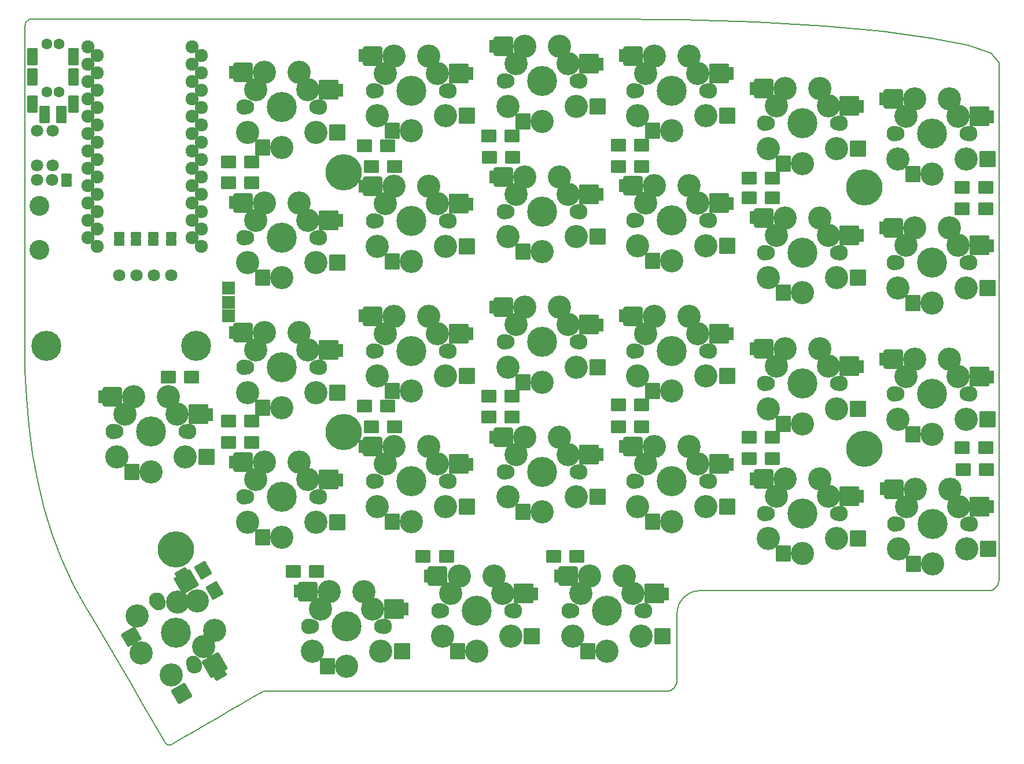
<source format=gts>
G04 #@! TF.GenerationSoftware,KiCad,Pcbnew,7.0.10*
G04 #@! TF.CreationDate,2024-04-22T20:06:49+02:00*
G04 #@! TF.ProjectId,Lily58_Pro,4c696c79-3538-45f5-9072-6f2e6b696361,rev?*
G04 #@! TF.SameCoordinates,Original*
G04 #@! TF.FileFunction,Soldermask,Top*
G04 #@! TF.FilePolarity,Negative*
%FSLAX46Y46*%
G04 Gerber Fmt 4.6, Leading zero omitted, Abs format (unit mm)*
G04 Created by KiCad (PCBNEW 7.0.10) date 2024-04-22 20:06:49*
%MOMM*%
%LPD*%
G01*
G04 APERTURE LIST*
G04 Aperture macros list*
%AMRoundRect*
0 Rectangle with rounded corners*
0 $1 Rounding radius*
0 $2 $3 $4 $5 $6 $7 $8 $9 X,Y pos of 4 corners*
0 Add a 4 corners polygon primitive as box body*
4,1,4,$2,$3,$4,$5,$6,$7,$8,$9,$2,$3,0*
0 Add four circle primitives for the rounded corners*
1,1,$1+$1,$2,$3*
1,1,$1+$1,$4,$5*
1,1,$1+$1,$6,$7*
1,1,$1+$1,$8,$9*
0 Add four rect primitives between the rounded corners*
20,1,$1+$1,$2,$3,$4,$5,0*
20,1,$1+$1,$4,$5,$6,$7,0*
20,1,$1+$1,$6,$7,$8,$9,0*
20,1,$1+$1,$8,$9,$2,$3,0*%
G04 Aperture macros list end*
%ADD10C,1.600000*%
%ADD11RoundRect,0.200000X-0.600000X-1.050000X0.600000X-1.050000X0.600000X1.050000X-0.600000X1.050000X0*%
%ADD12RoundRect,0.200000X0.762000X0.762000X-0.762000X0.762000X-0.762000X-0.762000X0.762000X-0.762000X0*%
%ADD13RoundRect,0.200000X-0.762000X0.762000X-0.762000X-0.762000X0.762000X-0.762000X0.762000X0.762000X0*%
%ADD14RoundRect,0.200000X-0.824519X-0.071891X-0.474519X-0.678109X0.824519X0.071891X0.474519X0.678109X0*%
%ADD15C,3.400000*%
%ADD16RoundRect,0.200000X1.639230X-0.439230X0.439230X1.639230X-1.639230X0.439230X-0.439230X-1.639230X0*%
%ADD17RoundRect,0.200000X1.707532X-0.457532X0.457532X1.707532X-1.707532X0.457532X-0.457532X-1.707532X0*%
%ADD18C,0.500000*%
%ADD19RoundRect,0.200000X1.316025X-0.279423X0.416025X1.279423X-1.316025X0.279423X-0.416025X-1.279423X0*%
%ADD20RoundRect,0.200000X1.366025X-0.366025X0.366025X1.366025X-1.366025X0.366025X-0.366025X-1.366025X0*%
%ADD21C,4.400000*%
%ADD22C,2.300000*%
%ADD23C,2.100000*%
%ADD24RoundRect,0.200000X-0.350000X-0.750000X0.350000X-0.750000X0.350000X0.750000X-0.350000X0.750000X0*%
%ADD25RoundRect,0.200000X1.200000X1.200000X-1.200000X1.200000X-1.200000X-1.200000X1.200000X-1.200000X0*%
%ADD26RoundRect,0.200000X1.250000X1.250000X-1.250000X1.250000X-1.250000X-1.250000X1.250000X-1.250000X0*%
%ADD27RoundRect,0.200000X0.900000X1.000000X-0.900000X1.000000X-0.900000X-1.000000X0.900000X-1.000000X0*%
%ADD28RoundRect,0.200000X1.000000X1.000000X-1.000000X1.000000X-1.000000X-1.000000X1.000000X-1.000000X0*%
%ADD29C,1.924000*%
%ADD30C,5.300000*%
%ADD31C,1.797000*%
%ADD32RoundRect,0.200000X0.571500X-0.317500X0.571500X0.317500X-0.571500X0.317500X-0.571500X-0.317500X0*%
%ADD33C,2.900000*%
%ADD34RoundRect,0.200000X0.190500X0.190500X-0.190500X0.190500X-0.190500X-0.190500X0.190500X-0.190500X0*%
%ADD35RoundRect,0.200000X-0.900000X-0.750000X0.900000X-0.750000X0.900000X0.750000X-0.900000X0.750000X0*%
%ADD36RoundRect,0.200000X-1.099519X0.404423X-0.199519X-1.154423X1.099519X-0.404423X0.199519X1.154423X0*%
G04 #@! TA.AperFunction,Profile*
%ADD37C,0.200000*%
G04 #@! TD*
G04 APERTURE END LIST*
D10*
X86150000Y-47800000D03*
X86150000Y-40800000D03*
D11*
X84050000Y-49600000D03*
X88250000Y-51100000D03*
X84050000Y-42600000D03*
X84050000Y-45600000D03*
D10*
X87900000Y-40800000D03*
X87900000Y-47800000D03*
D11*
X90000000Y-42600000D03*
X90000000Y-45600000D03*
X90000000Y-49600000D03*
X85800000Y-51100000D03*
D12*
X112700000Y-76500000D03*
X112700000Y-78600000D03*
D13*
X112700000Y-80600000D03*
D14*
X105816730Y-118214617D03*
X111415064Y-133111216D03*
D15*
X109104705Y-129029557D03*
D16*
X106549409Y-119523655D03*
D15*
X109104705Y-129029557D03*
X108129409Y-122260295D03*
D17*
X110649705Y-131705575D03*
D18*
X109146846Y-129022547D03*
D15*
X104295706Y-133180127D03*
D19*
X98490450Y-127525129D03*
D20*
X105845706Y-135864806D03*
D15*
X99295706Y-124519873D03*
X99890450Y-129950000D03*
D18*
X105321846Y-122397453D03*
D15*
X110669409Y-126659705D03*
D21*
X105000000Y-127000000D03*
D22*
X102250000Y-122236860D03*
X107750000Y-131763140D03*
D23*
X107540000Y-131399409D03*
X102460000Y-122600591D03*
D15*
X105294705Y-122430443D03*
D24*
X160900000Y-118650000D03*
X176600000Y-121250000D03*
D15*
X171910000Y-121210000D03*
D25*
X162400000Y-118670000D03*
D15*
X171910000Y-121210000D03*
X165560000Y-118670000D03*
D26*
X175000000Y-121209999D03*
D18*
X171925000Y-121170000D03*
D15*
X173100000Y-127450000D03*
D27*
X165300000Y-129650000D03*
D28*
X176200000Y-127450000D03*
D15*
X163100000Y-127450000D03*
X168100000Y-129650000D03*
D18*
X164275000Y-121170000D03*
D15*
X170640000Y-118670000D03*
D21*
X168100000Y-123750000D03*
D22*
X162600000Y-123750000D03*
X173600000Y-123750000D03*
D23*
X173180000Y-123750000D03*
X163020000Y-123750000D03*
D15*
X164290000Y-121209999D03*
D24*
X141800000Y-118650000D03*
X157500000Y-121250000D03*
D15*
X152810000Y-121210000D03*
D25*
X143300000Y-118670000D03*
D15*
X152810000Y-121210000D03*
X146460000Y-118670000D03*
D26*
X155900000Y-121209999D03*
D18*
X152825000Y-121170000D03*
D15*
X154000000Y-127450000D03*
D27*
X146200000Y-129650000D03*
D28*
X157100000Y-127450000D03*
D15*
X144000000Y-127450000D03*
X149000000Y-129650000D03*
D18*
X145175000Y-121170000D03*
D15*
X151540000Y-118670000D03*
D21*
X149000000Y-123750000D03*
D22*
X143500000Y-123750000D03*
X154500000Y-123750000D03*
D23*
X154080000Y-123750000D03*
X143920000Y-123750000D03*
D15*
X145190000Y-121209999D03*
D24*
X122800000Y-120900000D03*
X138500000Y-123500000D03*
D15*
X133810000Y-123460000D03*
D25*
X124300000Y-120920000D03*
D15*
X133810000Y-123460000D03*
X127460000Y-120920000D03*
D26*
X136900000Y-123459999D03*
D18*
X133825000Y-123420000D03*
D15*
X135000000Y-129700000D03*
D27*
X127200000Y-131900000D03*
D28*
X138100000Y-129700000D03*
D15*
X125000000Y-129700000D03*
X130000000Y-131900000D03*
D18*
X126175000Y-123420000D03*
D15*
X132540000Y-120920000D03*
D21*
X130000000Y-126000000D03*
D22*
X124500000Y-126000000D03*
X135500000Y-126000000D03*
D23*
X135080000Y-126000000D03*
X124920000Y-126000000D03*
D15*
X126190000Y-123459999D03*
D24*
X94200000Y-92400000D03*
X109900000Y-95000000D03*
D15*
X105210000Y-94960000D03*
D25*
X95700000Y-92420000D03*
D15*
X105210000Y-94960000D03*
X98860000Y-92420000D03*
D26*
X108300000Y-94959999D03*
D18*
X105225000Y-94920000D03*
D15*
X106400000Y-101200000D03*
D27*
X98600000Y-103400000D03*
D28*
X109500000Y-101200000D03*
D15*
X96400000Y-101200000D03*
X101400000Y-103400000D03*
D18*
X97575000Y-94920000D03*
D15*
X103940000Y-92420000D03*
D21*
X101400000Y-97500000D03*
D22*
X95900000Y-97500000D03*
X106900000Y-97500000D03*
D23*
X106480000Y-97500000D03*
X96320000Y-97500000D03*
D15*
X97590000Y-94959999D03*
D24*
X208550000Y-105900000D03*
X224250000Y-108500000D03*
D15*
X219560000Y-108460000D03*
D25*
X210050000Y-105920000D03*
D15*
X219560000Y-108460000D03*
X213210000Y-105920000D03*
D26*
X222650000Y-108459999D03*
D18*
X219575000Y-108420000D03*
D15*
X220750000Y-114700000D03*
D27*
X212950000Y-116900000D03*
D28*
X223850000Y-114700000D03*
D15*
X210750000Y-114700000D03*
X215750000Y-116900000D03*
D18*
X211925000Y-108420000D03*
D15*
X218290000Y-105920000D03*
D21*
X215750000Y-111000000D03*
D22*
X210250000Y-111000000D03*
X221250000Y-111000000D03*
D23*
X220830000Y-111000000D03*
X210670000Y-111000000D03*
D15*
X211940000Y-108459999D03*
D24*
X189500000Y-104400000D03*
X205200000Y-107000000D03*
D15*
X200510000Y-106960000D03*
D25*
X191000000Y-104420000D03*
D15*
X200510000Y-106960000D03*
X194160000Y-104420000D03*
D26*
X203600000Y-106959999D03*
D18*
X200525000Y-106920000D03*
D15*
X201700000Y-113200000D03*
D27*
X193900000Y-115400000D03*
D28*
X204800000Y-113200000D03*
D15*
X191700000Y-113200000D03*
X196700000Y-115400000D03*
D18*
X192875000Y-106920000D03*
D15*
X199240000Y-104420000D03*
D21*
X196700000Y-109500000D03*
D22*
X191200000Y-109500000D03*
X202200000Y-109500000D03*
D23*
X201780000Y-109500000D03*
X191620000Y-109500000D03*
D15*
X192890000Y-106959999D03*
D24*
X170400000Y-99700000D03*
X186100000Y-102300000D03*
D15*
X181410000Y-102260000D03*
D25*
X171900000Y-99720000D03*
D15*
X181410000Y-102260000D03*
X175060000Y-99720000D03*
D26*
X184500000Y-102259999D03*
D18*
X181425000Y-102220000D03*
D15*
X182600000Y-108500000D03*
D27*
X174800000Y-110700000D03*
D28*
X185700000Y-108500000D03*
D15*
X172600000Y-108500000D03*
X177600000Y-110700000D03*
D18*
X173775000Y-102220000D03*
D15*
X180140000Y-99720000D03*
D21*
X177600000Y-104800000D03*
D22*
X172100000Y-104800000D03*
X183100000Y-104800000D03*
D23*
X182680000Y-104800000D03*
X172520000Y-104800000D03*
D15*
X173790000Y-102259999D03*
D24*
X151400000Y-98300000D03*
X167100000Y-100900000D03*
D15*
X162410000Y-100860000D03*
D25*
X152900000Y-98320000D03*
D15*
X162410000Y-100860000D03*
X156060000Y-98320000D03*
D26*
X165500000Y-100859999D03*
D18*
X162425000Y-100820000D03*
D15*
X163600000Y-107100000D03*
D27*
X155800000Y-109300000D03*
D28*
X166700000Y-107100000D03*
D15*
X153600000Y-107100000D03*
X158600000Y-109300000D03*
D18*
X154775000Y-100820000D03*
D15*
X161140000Y-98320000D03*
D21*
X158600000Y-103400000D03*
D22*
X153100000Y-103400000D03*
X164100000Y-103400000D03*
D23*
X163680000Y-103400000D03*
X153520000Y-103400000D03*
D15*
X154790000Y-100859999D03*
D24*
X132300000Y-99700000D03*
X148000000Y-102300000D03*
D15*
X143310000Y-102260000D03*
D25*
X133800000Y-99720000D03*
D15*
X143310000Y-102260000D03*
X136960000Y-99720000D03*
D26*
X146400000Y-102259999D03*
D18*
X143325000Y-102220000D03*
D15*
X144500000Y-108500000D03*
D27*
X136700000Y-110700000D03*
D28*
X147600000Y-108500000D03*
D15*
X134500000Y-108500000D03*
X139500000Y-110700000D03*
D18*
X135675000Y-102220000D03*
D15*
X142040000Y-99720000D03*
D21*
X139500000Y-104800000D03*
D22*
X134000000Y-104800000D03*
X145000000Y-104800000D03*
D23*
X144580000Y-104800000D03*
X134420000Y-104800000D03*
D15*
X135690000Y-102259999D03*
D24*
X113300000Y-102000000D03*
X129000000Y-104600000D03*
D15*
X124310000Y-104560000D03*
D25*
X114800000Y-102020000D03*
D15*
X124310000Y-104560000D03*
X117960000Y-102020000D03*
D26*
X127400000Y-104559999D03*
D18*
X124325000Y-104520000D03*
D15*
X125500000Y-110800000D03*
D27*
X117700000Y-113000000D03*
D28*
X128600000Y-110800000D03*
D15*
X115500000Y-110800000D03*
X120500000Y-113000000D03*
D18*
X116675000Y-104520000D03*
D15*
X123040000Y-102020000D03*
D21*
X120500000Y-107100000D03*
D22*
X115000000Y-107100000D03*
X126000000Y-107100000D03*
D23*
X125580000Y-107100000D03*
X115420000Y-107100000D03*
D15*
X116690000Y-104559999D03*
D24*
X208500000Y-86900000D03*
X224200000Y-89500000D03*
D15*
X219510000Y-89460000D03*
D25*
X210000000Y-86920000D03*
D15*
X219510000Y-89460000D03*
X213160000Y-86920000D03*
D26*
X222600000Y-89459999D03*
D18*
X219525000Y-89420000D03*
D15*
X220700000Y-95700000D03*
D27*
X212900000Y-97900000D03*
D28*
X223800000Y-95700000D03*
D15*
X210700000Y-95700000D03*
X215700000Y-97900000D03*
D18*
X211875000Y-89420000D03*
D15*
X218240000Y-86920000D03*
D21*
X215700000Y-92000000D03*
D22*
X210200000Y-92000000D03*
X221200000Y-92000000D03*
D23*
X220780000Y-92000000D03*
X210620000Y-92000000D03*
D15*
X211890000Y-89459999D03*
D24*
X189500000Y-85400000D03*
X205200000Y-88000000D03*
D15*
X200510000Y-87960000D03*
D25*
X191000000Y-85420000D03*
D15*
X200510000Y-87960000D03*
X194160000Y-85420000D03*
D26*
X203600000Y-87959999D03*
D18*
X200525000Y-87920000D03*
D15*
X201700000Y-94200000D03*
D27*
X193900000Y-96400000D03*
D28*
X204800000Y-94200000D03*
D15*
X191700000Y-94200000D03*
X196700000Y-96400000D03*
D18*
X192875000Y-87920000D03*
D15*
X199240000Y-85420000D03*
D21*
X196700000Y-90500000D03*
D22*
X191200000Y-90500000D03*
X202200000Y-90500000D03*
D23*
X201780000Y-90500000D03*
X191620000Y-90500000D03*
D15*
X192890000Y-87959999D03*
D24*
X170400000Y-80600000D03*
X186100000Y-83200000D03*
D15*
X181410000Y-83160000D03*
D25*
X171900000Y-80620000D03*
D15*
X181410000Y-83160000D03*
X175060000Y-80620000D03*
D26*
X184500000Y-83159999D03*
D18*
X181425000Y-83120000D03*
D15*
X182600000Y-89400000D03*
D27*
X174800000Y-91600000D03*
D28*
X185700000Y-89400000D03*
D15*
X172600000Y-89400000D03*
X177600000Y-91600000D03*
D18*
X173775000Y-83120000D03*
D15*
X180140000Y-80620000D03*
D21*
X177600000Y-85700000D03*
D22*
X172100000Y-85700000D03*
X183100000Y-85700000D03*
D23*
X182680000Y-85700000D03*
X172520000Y-85700000D03*
D15*
X173790000Y-83159999D03*
D24*
X151400000Y-79300000D03*
X167100000Y-81900000D03*
D15*
X162410000Y-81860000D03*
D25*
X152900000Y-79320000D03*
D15*
X162410000Y-81860000D03*
X156060000Y-79320000D03*
D26*
X165500000Y-81859999D03*
D18*
X162425000Y-81820000D03*
D15*
X163600000Y-88100000D03*
D27*
X155800000Y-90300000D03*
D28*
X166700000Y-88100000D03*
D15*
X153600000Y-88100000D03*
X158600000Y-90300000D03*
D18*
X154775000Y-81820000D03*
D15*
X161140000Y-79320000D03*
D21*
X158600000Y-84400000D03*
D22*
X153100000Y-84400000D03*
X164100000Y-84400000D03*
D23*
X163680000Y-84400000D03*
X153520000Y-84400000D03*
D15*
X154790000Y-81859999D03*
D24*
X132300000Y-80600000D03*
X148000000Y-83200000D03*
D15*
X143310000Y-83160000D03*
D25*
X133800000Y-80620000D03*
D15*
X143310000Y-83160000D03*
X136960000Y-80620000D03*
D26*
X146400000Y-83159999D03*
D18*
X143325000Y-83120000D03*
D15*
X144500000Y-89400000D03*
D27*
X136700000Y-91600000D03*
D28*
X147600000Y-89400000D03*
D15*
X134500000Y-89400000D03*
X139500000Y-91600000D03*
D18*
X135675000Y-83120000D03*
D15*
X142040000Y-80620000D03*
D21*
X139500000Y-85700000D03*
D22*
X134000000Y-85700000D03*
X145000000Y-85700000D03*
D23*
X144580000Y-85700000D03*
X134420000Y-85700000D03*
D15*
X135690000Y-83159999D03*
D24*
X113300000Y-83000000D03*
X129000000Y-85600000D03*
D15*
X124310000Y-85560000D03*
D25*
X114800000Y-83020000D03*
D15*
X124310000Y-85560000D03*
X117960000Y-83020000D03*
D26*
X127400000Y-85559999D03*
D18*
X124325000Y-85520000D03*
D15*
X125500000Y-91800000D03*
D27*
X117700000Y-94000000D03*
D28*
X128600000Y-91800000D03*
D15*
X115500000Y-91800000D03*
X120500000Y-94000000D03*
D18*
X116675000Y-85520000D03*
D15*
X123040000Y-83020000D03*
D21*
X120500000Y-88100000D03*
D22*
X115000000Y-88100000D03*
X126000000Y-88100000D03*
D23*
X125580000Y-88100000D03*
X115420000Y-88100000D03*
D15*
X116690000Y-85559999D03*
D24*
X208500000Y-67700000D03*
X224200000Y-70300000D03*
D15*
X219510000Y-70260000D03*
D25*
X210000000Y-67720000D03*
D15*
X219510000Y-70260000D03*
X213160000Y-67720000D03*
D26*
X222600000Y-70259999D03*
D18*
X219525000Y-70220000D03*
D15*
X220700000Y-76500000D03*
D27*
X212900000Y-78700000D03*
D28*
X223800000Y-76500000D03*
D15*
X210700000Y-76500000D03*
X215700000Y-78700000D03*
D18*
X211875000Y-70220000D03*
D15*
X218240000Y-67720000D03*
D21*
X215700000Y-72800000D03*
D22*
X210200000Y-72800000D03*
X221200000Y-72800000D03*
D23*
X220780000Y-72800000D03*
X210620000Y-72800000D03*
D15*
X211890000Y-70259999D03*
D24*
X189500000Y-66200000D03*
X205200000Y-68800000D03*
D15*
X200510000Y-68760000D03*
D25*
X191000000Y-66220000D03*
D15*
X200510000Y-68760000D03*
X194160000Y-66220000D03*
D26*
X203600000Y-68759999D03*
D18*
X200525000Y-68720000D03*
D15*
X201700000Y-75000000D03*
D27*
X193900000Y-77200000D03*
D28*
X204800000Y-75000000D03*
D15*
X191700000Y-75000000D03*
X196700000Y-77200000D03*
D18*
X192875000Y-68720000D03*
D15*
X199240000Y-66220000D03*
D21*
X196700000Y-71300000D03*
D22*
X191200000Y-71300000D03*
X202200000Y-71300000D03*
D23*
X201780000Y-71300000D03*
X191620000Y-71300000D03*
D15*
X192890000Y-68759999D03*
D24*
X170400000Y-61500000D03*
X186100000Y-64100000D03*
D15*
X181410000Y-64060000D03*
D25*
X171900000Y-61520000D03*
D15*
X181410000Y-64060000D03*
X175060000Y-61520000D03*
D26*
X184500000Y-64059999D03*
D18*
X181425000Y-64020000D03*
D15*
X182600000Y-70300000D03*
D27*
X174800000Y-72500000D03*
D28*
X185700000Y-70300000D03*
D15*
X172600000Y-70300000D03*
X177600000Y-72500000D03*
D18*
X173775000Y-64020000D03*
D15*
X180140000Y-61520000D03*
D21*
X177600000Y-66600000D03*
D22*
X172100000Y-66600000D03*
X183100000Y-66600000D03*
D23*
X182680000Y-66600000D03*
X172520000Y-66600000D03*
D15*
X173790000Y-64059999D03*
D24*
X151400000Y-60200000D03*
X167100000Y-62800000D03*
D15*
X162410000Y-62760000D03*
D25*
X152900000Y-60220000D03*
D15*
X162410000Y-62760000D03*
X156060000Y-60220000D03*
D26*
X165500000Y-62759999D03*
D18*
X162425000Y-62720000D03*
D15*
X163600000Y-69000000D03*
D27*
X155800000Y-71200000D03*
D28*
X166700000Y-69000000D03*
D15*
X153600000Y-69000000D03*
X158600000Y-71200000D03*
D18*
X154775000Y-62720000D03*
D15*
X161140000Y-60220000D03*
D21*
X158600000Y-65300000D03*
D22*
X153100000Y-65300000D03*
X164100000Y-65300000D03*
D23*
X163680000Y-65300000D03*
X153520000Y-65300000D03*
D15*
X154790000Y-62759999D03*
D24*
X132300000Y-61600000D03*
X148000000Y-64200000D03*
D15*
X143310000Y-64160000D03*
D25*
X133800000Y-61620000D03*
D15*
X143310000Y-64160000D03*
X136960000Y-61620000D03*
D26*
X146400000Y-64159999D03*
D18*
X143325000Y-64120000D03*
D15*
X144500000Y-70400000D03*
D27*
X136700000Y-72600000D03*
D28*
X147600000Y-70400000D03*
D15*
X134500000Y-70400000D03*
X139500000Y-72600000D03*
D18*
X135675000Y-64120000D03*
D15*
X142040000Y-61620000D03*
D21*
X139500000Y-66700000D03*
D22*
X134000000Y-66700000D03*
X145000000Y-66700000D03*
D23*
X144580000Y-66700000D03*
X134420000Y-66700000D03*
D15*
X135690000Y-64159999D03*
D24*
X113300000Y-64000000D03*
X129000000Y-66600000D03*
D15*
X124310000Y-66560000D03*
D25*
X114800000Y-64020000D03*
D15*
X124310000Y-66560000D03*
X117960000Y-64020000D03*
D26*
X127400000Y-66559999D03*
D18*
X124325000Y-66520000D03*
D15*
X125500000Y-72800000D03*
D27*
X117700000Y-75000000D03*
D28*
X128600000Y-72800000D03*
D15*
X115500000Y-72800000D03*
X120500000Y-75000000D03*
D18*
X116675000Y-66520000D03*
D15*
X123040000Y-64020000D03*
D21*
X120500000Y-69100000D03*
D22*
X115000000Y-69100000D03*
X126000000Y-69100000D03*
D23*
X125580000Y-69100000D03*
X115420000Y-69100000D03*
D15*
X116690000Y-66559999D03*
D24*
X208500000Y-48800000D03*
X224200000Y-51400000D03*
D15*
X219510000Y-51360000D03*
D25*
X210000000Y-48820000D03*
D15*
X219510000Y-51360000D03*
X213160000Y-48820000D03*
D26*
X222600000Y-51359999D03*
D18*
X219525000Y-51320000D03*
D15*
X220700000Y-57600000D03*
D27*
X212900000Y-59800000D03*
D28*
X223800000Y-57600000D03*
D15*
X210700000Y-57600000D03*
X215700000Y-59800000D03*
D18*
X211875000Y-51320000D03*
D15*
X218240000Y-48820000D03*
D21*
X215700000Y-53900000D03*
D22*
X210200000Y-53900000D03*
X221200000Y-53900000D03*
D23*
X220780000Y-53900000D03*
X210620000Y-53900000D03*
D15*
X211890000Y-51359999D03*
D24*
X189500000Y-47300000D03*
X205200000Y-49900000D03*
D15*
X200510000Y-49860000D03*
D25*
X191000000Y-47320000D03*
D15*
X200510000Y-49860000D03*
X194160000Y-47320000D03*
D26*
X203600000Y-49859999D03*
D18*
X200525000Y-49820000D03*
D15*
X201700000Y-56100000D03*
D27*
X193900000Y-58300000D03*
D28*
X204800000Y-56100000D03*
D15*
X191700000Y-56100000D03*
X196700000Y-58300000D03*
D18*
X192875000Y-49820000D03*
D15*
X199240000Y-47320000D03*
D21*
X196700000Y-52400000D03*
D22*
X191200000Y-52400000D03*
X202200000Y-52400000D03*
D23*
X201780000Y-52400000D03*
X191620000Y-52400000D03*
D15*
X192890000Y-49859999D03*
D24*
X170400000Y-42500000D03*
X186100000Y-45100000D03*
D15*
X181410000Y-45060000D03*
D25*
X171900000Y-42520000D03*
D15*
X181410000Y-45060000D03*
X175060000Y-42520000D03*
D26*
X184500000Y-45059999D03*
D18*
X181425000Y-45020000D03*
D15*
X182600000Y-51300000D03*
D27*
X174800000Y-53500000D03*
D28*
X185700000Y-51300000D03*
D15*
X172600000Y-51300000D03*
X177600000Y-53500000D03*
D18*
X173775000Y-45020000D03*
D15*
X180140000Y-42520000D03*
D21*
X177600000Y-47600000D03*
D22*
X172100000Y-47600000D03*
X183100000Y-47600000D03*
D23*
X182680000Y-47600000D03*
X172520000Y-47600000D03*
D15*
X173790000Y-45059999D03*
D24*
X151400000Y-41110000D03*
X167100000Y-43710000D03*
D15*
X162410000Y-43670000D03*
D25*
X152900000Y-41130000D03*
D15*
X162410000Y-43670000D03*
X156060000Y-41130000D03*
D26*
X165500000Y-43669999D03*
D18*
X162425000Y-43630000D03*
D15*
X163600000Y-49910000D03*
D27*
X155800000Y-52110000D03*
D28*
X166700000Y-49910000D03*
D15*
X153600000Y-49910000D03*
X158600000Y-52110000D03*
D18*
X154775000Y-43630000D03*
D15*
X161140000Y-41130000D03*
D21*
X158600000Y-46210000D03*
D22*
X153100000Y-46210000D03*
X164100000Y-46210000D03*
D23*
X163680000Y-46210000D03*
X153520000Y-46210000D03*
D15*
X154790000Y-43669999D03*
D24*
X132300000Y-42500000D03*
X148000000Y-45100000D03*
D15*
X143310000Y-45060000D03*
D25*
X133800000Y-42520000D03*
D15*
X143310000Y-45060000D03*
X136960000Y-42520000D03*
D26*
X146400000Y-45059999D03*
D18*
X143325000Y-45020000D03*
D15*
X144500000Y-51300000D03*
D27*
X136700000Y-53500000D03*
D28*
X147600000Y-51300000D03*
D15*
X134500000Y-51300000D03*
X139500000Y-53500000D03*
D18*
X135675000Y-45020000D03*
D15*
X142040000Y-42520000D03*
D21*
X139500000Y-47600000D03*
D22*
X134000000Y-47600000D03*
X145000000Y-47600000D03*
D23*
X144580000Y-47600000D03*
X134420000Y-47600000D03*
D15*
X135690000Y-45059999D03*
D24*
X113300000Y-44900000D03*
X129000000Y-47500000D03*
D15*
X124310000Y-47460000D03*
D25*
X114800000Y-44920000D03*
D15*
X124310000Y-47460000D03*
X117960000Y-44920000D03*
D26*
X127400000Y-47459999D03*
D18*
X124325000Y-47420000D03*
D15*
X125500000Y-53700000D03*
D27*
X117700000Y-55900000D03*
D28*
X128600000Y-53700000D03*
D15*
X115500000Y-53700000D03*
X120500000Y-55900000D03*
D18*
X116675000Y-47420000D03*
D15*
X123040000Y-44920000D03*
D21*
X120500000Y-50000000D03*
D22*
X115000000Y-50000000D03*
X126000000Y-50000000D03*
D23*
X125580000Y-50000000D03*
X115420000Y-50000000D03*
D15*
X116690000Y-47459999D03*
D29*
X107420000Y-41230000D03*
X107420000Y-43770000D03*
X107420000Y-46310000D03*
X107420000Y-48850000D03*
X107420000Y-51390000D03*
X107420000Y-53930000D03*
X107420000Y-56470000D03*
X107420000Y-59010000D03*
X107420000Y-61550000D03*
X107420000Y-64090000D03*
X107420000Y-66630000D03*
X107420000Y-69170000D03*
X92180000Y-69170000D03*
X92180000Y-66630000D03*
X92180000Y-64090000D03*
X92180000Y-61550000D03*
X92180000Y-59010000D03*
X92180000Y-56470000D03*
X92180000Y-53930000D03*
X92180000Y-51390000D03*
X92180000Y-48850000D03*
X92180000Y-46310000D03*
X92180000Y-43770000D03*
X92180000Y-41230000D03*
X108718815Y-52585745D03*
X108718815Y-57665745D03*
X93478815Y-42425745D03*
X108718815Y-44965745D03*
X108718815Y-67825745D03*
X93478815Y-70365745D03*
X108718815Y-60205745D03*
X108718815Y-62745745D03*
X93478815Y-60205745D03*
X93478815Y-65285745D03*
X93478815Y-52585745D03*
X93478815Y-50045745D03*
X93478815Y-44965745D03*
X93478815Y-55125745D03*
X108718815Y-70365745D03*
X93478815Y-62745745D03*
X108718815Y-42425745D03*
X108718815Y-47505745D03*
X93478815Y-67825745D03*
X108718815Y-50045745D03*
X108718815Y-55125745D03*
X93478815Y-57665745D03*
X108718815Y-65285745D03*
X93478815Y-47505745D03*
D30*
X129600000Y-59600000D03*
X205800000Y-61800000D03*
X129600000Y-97600000D03*
X205800000Y-100000000D03*
X105000000Y-114800000D03*
D31*
X84700000Y-60700000D03*
X86900000Y-60700000D03*
X86938035Y-58579272D03*
X86938035Y-53499272D03*
X84688035Y-53499272D03*
X84688035Y-58579272D03*
D32*
X104300000Y-68799620D03*
X104300000Y-69800380D03*
X101700000Y-69800380D03*
X101700000Y-68799620D03*
X99200000Y-68799620D03*
X99200000Y-69800380D03*
X96700000Y-69800380D03*
X96700000Y-68799620D03*
D33*
X85000000Y-70950000D03*
X85000000Y-64450000D03*
D34*
X89000000Y-60700000D03*
D32*
X89000000Y-60199620D03*
X89000000Y-61200380D03*
D35*
X112700000Y-58000000D03*
X116100000Y-58000000D03*
X132600000Y-55700000D03*
X136000000Y-55700000D03*
X150800000Y-54200000D03*
X154200000Y-54200000D03*
X169800000Y-55600000D03*
X173200000Y-55600000D03*
X192300000Y-60400000D03*
X188900000Y-60400000D03*
X220100000Y-61800000D03*
X223500000Y-61800000D03*
X116100000Y-61100000D03*
X112700000Y-61100000D03*
X137000000Y-58700000D03*
X133600000Y-58700000D03*
X154300000Y-57400000D03*
X150900000Y-57400000D03*
X169800000Y-58700000D03*
X173200000Y-58700000D03*
X192300000Y-63300000D03*
X188900000Y-63300000D03*
X223500000Y-64900000D03*
X220100000Y-64900000D03*
X112700000Y-96000000D03*
X116100000Y-96000000D03*
X136000000Y-93800000D03*
X132600000Y-93800000D03*
X154200000Y-92300000D03*
X150800000Y-92300000D03*
X169800000Y-93600000D03*
X173200000Y-93600000D03*
X188900000Y-98300000D03*
X192300000Y-98300000D03*
X223500000Y-99900000D03*
X220100000Y-99900000D03*
X116100000Y-99100000D03*
X112700000Y-99100000D03*
X133600000Y-96800000D03*
X137000000Y-96800000D03*
X154200000Y-95400000D03*
X150800000Y-95400000D03*
X169800000Y-96800000D03*
X173200000Y-96800000D03*
X192300000Y-101500000D03*
X188900000Y-101500000D03*
X220200000Y-103100000D03*
X223600000Y-103100000D03*
X103900000Y-89500000D03*
X107300000Y-89500000D03*
D36*
X110650000Y-120772243D03*
X108950000Y-117827757D03*
D35*
X122200000Y-118000000D03*
X125600000Y-118000000D03*
X144600000Y-115800000D03*
X141200000Y-115800000D03*
X160300000Y-115800000D03*
X163700000Y-115800000D03*
D21*
X86000000Y-85000000D03*
X108000000Y-85000000D03*
D31*
X96700000Y-74600000D03*
X99240000Y-74600000D03*
X101780000Y-74600000D03*
X104320000Y-74600000D03*
D37*
X116186619Y-136480784D02*
X117862313Y-135510645D01*
X114510925Y-137450923D02*
X116186619Y-136480784D01*
X82937528Y-50750629D02*
X82937528Y-44443695D01*
X82937528Y-57057562D02*
X82937528Y-50750629D01*
X115211711Y-37086762D02*
X104803877Y-37086762D01*
X218692418Y-120789735D02*
X223959999Y-120789735D01*
X213424836Y-120789735D02*
X218692418Y-120789735D01*
X208157255Y-120789735D02*
X213424836Y-120789735D01*
X202889673Y-120789735D02*
X208157255Y-120789735D01*
X197622092Y-120789735D02*
X202889673Y-120789735D01*
X192354511Y-120789735D02*
X197622092Y-120789735D01*
X187086929Y-120789735D02*
X192354511Y-120789735D01*
X181819348Y-120789735D02*
X187086929Y-120789735D01*
X181113524Y-120860778D02*
X181819348Y-120789735D01*
X180456326Y-121064561D02*
X181113524Y-120860778D01*
X179861773Y-121387065D02*
X180456326Y-121064561D01*
X179343884Y-121814271D02*
X179861773Y-121387065D01*
X178916678Y-122332160D02*
X179343884Y-121814271D01*
X178594174Y-122926713D02*
X178916678Y-122332160D01*
X178390391Y-123583911D02*
X178594174Y-122926713D01*
X178319348Y-124289735D02*
X178390391Y-123583911D01*
X199807654Y-38170488D02*
X189919538Y-37585374D01*
X208420758Y-38945561D02*
X199807654Y-38170488D01*
X215525697Y-39885159D02*
X208420758Y-38945561D01*
X220889319Y-40963847D02*
X215525697Y-39885159D01*
X178989563Y-37215654D02*
X167250881Y-37086762D01*
X189919538Y-37585374D02*
X178989563Y-37215654D01*
X177658308Y-135255660D02*
X177403500Y-135393876D01*
X177880261Y-135072571D02*
X177658308Y-135255660D01*
X178063349Y-134850619D02*
X177880261Y-135072571D01*
X178201565Y-134595810D02*
X178063349Y-134850619D01*
X178288901Y-134314154D02*
X178201565Y-134595810D01*
X178319348Y-134011658D02*
X178288901Y-134314154D01*
X225460000Y-52918378D02*
X225460000Y-62400000D01*
X225460000Y-43436755D02*
X225460000Y-52918378D01*
X82937528Y-69671429D02*
X82937528Y-63364495D01*
X82937528Y-75978362D02*
X82937528Y-69671429D01*
X82937528Y-82285296D02*
X82937528Y-75978362D01*
X82937528Y-88592229D02*
X82937528Y-82285296D01*
X104803877Y-37086762D02*
X94396044Y-37086762D01*
X125619545Y-37086762D02*
X115211711Y-37086762D01*
X136027379Y-37086762D02*
X125619545Y-37086762D01*
X146435213Y-37086762D02*
X136027379Y-37086762D01*
X156843047Y-37086762D02*
X146435213Y-37086762D01*
X167250881Y-37086762D02*
X156843047Y-37086762D01*
X83400937Y-37265961D02*
X83579303Y-37169210D01*
X83245570Y-37394123D02*
X83400937Y-37265961D01*
X83117409Y-37549489D02*
X83245570Y-37394123D01*
X83020657Y-37727855D02*
X83117409Y-37549489D01*
X82959523Y-37925015D02*
X83020657Y-37727855D01*
X82938210Y-38136762D02*
X82959523Y-37925015D01*
X83776462Y-37108075D02*
X83988210Y-37086762D01*
X83579303Y-37169210D02*
X83776462Y-37108075D01*
X94396044Y-37086762D02*
X83988210Y-37086762D01*
X82937528Y-63364495D02*
X82937528Y-57057562D01*
X82937528Y-44443695D02*
X82937528Y-38136762D01*
X88291758Y-116318073D02*
X89993333Y-119989540D01*
X86863105Y-112530670D02*
X88291758Y-116318073D01*
X85688004Y-108649127D02*
X86863105Y-112530670D01*
X84747083Y-104695246D02*
X85688004Y-108649127D01*
X84020972Y-100690825D02*
X84747083Y-104695246D01*
X83490297Y-96657663D02*
X84020972Y-100690825D01*
X83135690Y-92617561D02*
X83490297Y-96657663D01*
X82937777Y-88592317D02*
X83135690Y-92617561D01*
X104288864Y-143357278D02*
X104456758Y-143271756D01*
X104130206Y-143404468D02*
X104288864Y-143357278D01*
X103981252Y-143413974D02*
X104130206Y-143404468D01*
X103842470Y-143386445D02*
X103981252Y-143413974D01*
X103714328Y-143322532D02*
X103842470Y-143386445D01*
X103597295Y-143222884D02*
X103714328Y-143322532D01*
X103491837Y-143088150D02*
X103597295Y-143222884D01*
X103398425Y-142918979D02*
X103491837Y-143088150D01*
X112835230Y-138421062D02*
X114510925Y-137450923D01*
X111159536Y-139391201D02*
X112835230Y-138421062D01*
X109483841Y-140361340D02*
X111159536Y-139391201D01*
X107808147Y-141331479D02*
X109483841Y-140361340D01*
X106132452Y-142301617D02*
X107808147Y-141331479D01*
X104456758Y-143271756D02*
X106132452Y-142301617D01*
X101722730Y-140052659D02*
X103398425Y-142918979D01*
X100047036Y-137186340D02*
X101722730Y-140052659D01*
X98371341Y-134320020D02*
X100047036Y-137186340D01*
X96695647Y-131453701D02*
X98371341Y-134320020D01*
X95019952Y-128587381D02*
X96695647Y-131453701D01*
X93344258Y-125721062D02*
X95019952Y-128587381D01*
X91668563Y-122854742D02*
X93344258Y-125721062D01*
X89992869Y-119988423D02*
X91668563Y-122854742D01*
X169449826Y-135511658D02*
X176819348Y-135511658D01*
X162080304Y-135511658D02*
X169449826Y-135511658D01*
X154710782Y-135511658D02*
X162080304Y-135511658D01*
X147341260Y-135511658D02*
X154710782Y-135511658D01*
X139971738Y-135511658D02*
X147341260Y-135511658D01*
X132602217Y-135511658D02*
X139971738Y-135511658D01*
X125232695Y-135511658D02*
X132602217Y-135511658D01*
X117863173Y-135511658D02*
X125232695Y-135511658D01*
X178319348Y-132816013D02*
X178319348Y-134011658D01*
X178319348Y-131597973D02*
X178319348Y-132816013D01*
X178319348Y-130379933D02*
X178319348Y-131597973D01*
X178319348Y-129161894D02*
X178319348Y-130379933D01*
X178319348Y-127943854D02*
X178319348Y-129161894D01*
X178319348Y-126725814D02*
X178319348Y-127943854D01*
X178319348Y-125507775D02*
X178319348Y-126725814D01*
X178319348Y-124289735D02*
X178319348Y-125507775D01*
X177121844Y-135481211D02*
X176819348Y-135511658D01*
X177403500Y-135393876D02*
X177121844Y-135481211D01*
X224278471Y-42156190D02*
X220889319Y-40963847D01*
X225460000Y-43436755D02*
X224278471Y-42156190D01*
X224262495Y-120759288D02*
X223959999Y-120789735D01*
X224544152Y-120671952D02*
X224262495Y-120759288D01*
X224798960Y-120533736D02*
X224544152Y-120671952D01*
X225020912Y-120350648D02*
X224798960Y-120533736D01*
X225204001Y-120128696D02*
X225020912Y-120350648D01*
X225342217Y-119873887D02*
X225204001Y-120128696D01*
X225429552Y-119592231D02*
X225342217Y-119873887D01*
X225459999Y-119289735D02*
X225429552Y-119592231D01*
X225460000Y-109808112D02*
X225460000Y-119289735D01*
X225460000Y-100326490D02*
X225460000Y-109808112D01*
X225460000Y-90844867D02*
X225460000Y-100326490D01*
X225460000Y-81363245D02*
X225460000Y-90844867D01*
X225460000Y-71881623D02*
X225460000Y-81363245D01*
X225460000Y-62400000D02*
X225460000Y-71881623D01*
M02*

</source>
